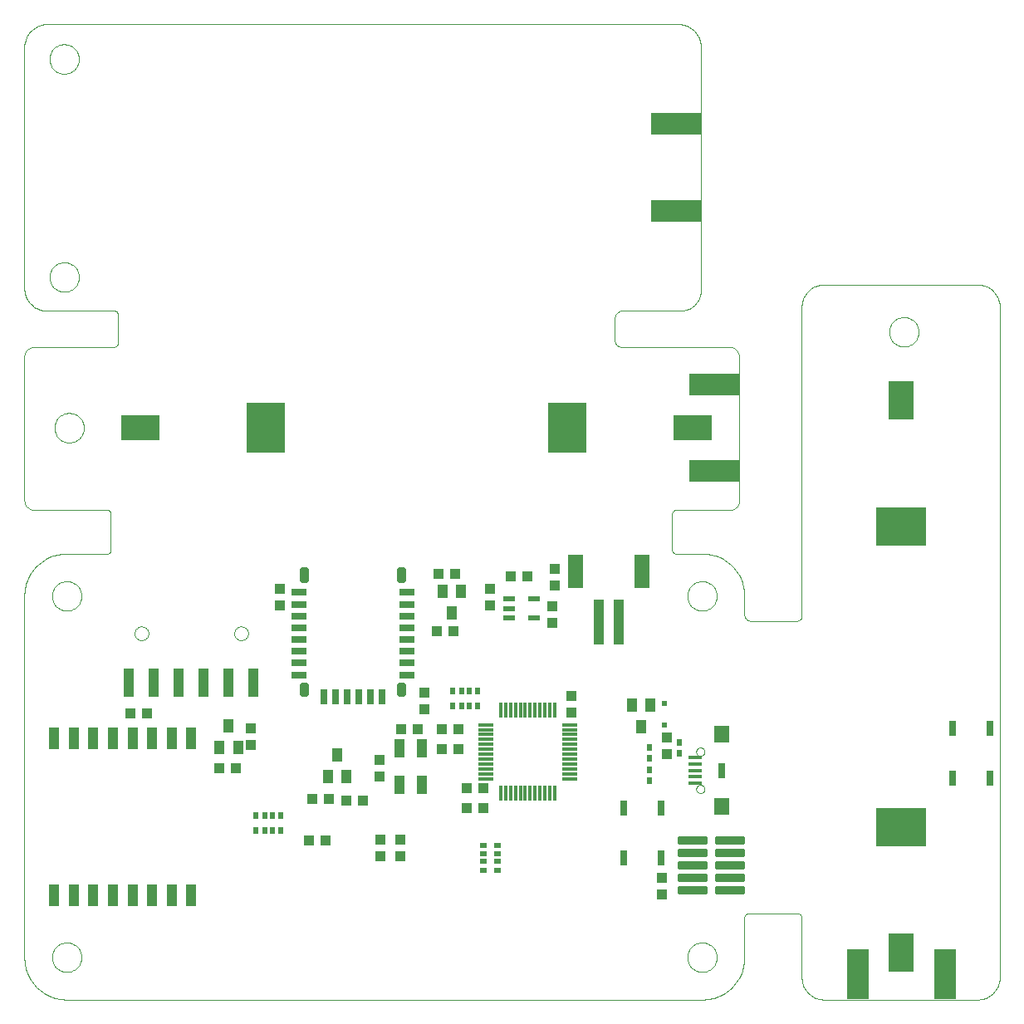
<source format=gbp>
G75*
%MOIN*%
%OFA0B0*%
%FSLAX24Y24*%
%IPPOS*%
%LPD*%
%AMOC8*
5,1,8,0,0,1.08239X$1,22.5*
%
%ADD10C,0.0000*%
%ADD11R,0.0420X0.0860*%
%ADD12R,0.0591X0.0118*%
%ADD13R,0.0118X0.0591*%
%ADD14R,0.0551X0.0157*%
%ADD15R,0.0591X0.0709*%
%ADD16R,0.0276X0.0591*%
%ADD17R,0.0394X0.1811*%
%ADD18R,0.0630X0.1339*%
%ADD19R,0.0472X0.0217*%
%ADD20R,0.0394X0.0551*%
%ADD21R,0.0315X0.0591*%
%ADD22R,0.0591X0.0315*%
%ADD23C,0.0201*%
%ADD24C,0.0104*%
%ADD25R,0.0433X0.0394*%
%ADD26R,0.0394X0.0433*%
%ADD27R,0.0394X0.1181*%
%ADD28R,0.0300X0.0600*%
%ADD29R,0.0433X0.0748*%
%ADD30R,0.0236X0.0236*%
%ADD31R,0.0236X0.0315*%
%ADD32R,0.0197X0.0315*%
%ADD33R,0.0315X0.0236*%
%ADD34R,0.0315X0.0197*%
%ADD35R,0.0900X0.2000*%
%ADD36R,0.1024X0.1575*%
%ADD37R,0.2000X0.1559*%
%ADD38R,0.2000X0.0900*%
%ADD39R,0.1575X0.1024*%
%ADD40R,0.1559X0.2000*%
D10*
X003080Y003851D02*
X028580Y003851D01*
X027989Y005551D02*
X027991Y005599D01*
X027997Y005647D01*
X028007Y005694D01*
X028020Y005740D01*
X028038Y005785D01*
X028058Y005829D01*
X028083Y005871D01*
X028111Y005910D01*
X028141Y005947D01*
X028175Y005981D01*
X028212Y006013D01*
X028250Y006042D01*
X028291Y006067D01*
X028334Y006089D01*
X028379Y006107D01*
X028425Y006121D01*
X028472Y006132D01*
X028520Y006139D01*
X028568Y006142D01*
X028616Y006141D01*
X028664Y006136D01*
X028712Y006127D01*
X028758Y006115D01*
X028803Y006098D01*
X028847Y006078D01*
X028889Y006055D01*
X028929Y006028D01*
X028967Y005998D01*
X029002Y005965D01*
X029034Y005929D01*
X029064Y005891D01*
X029090Y005850D01*
X029112Y005807D01*
X029132Y005763D01*
X029147Y005718D01*
X029159Y005671D01*
X029167Y005623D01*
X029171Y005575D01*
X029171Y005527D01*
X029167Y005479D01*
X029159Y005431D01*
X029147Y005384D01*
X029132Y005339D01*
X029112Y005295D01*
X029090Y005252D01*
X029064Y005211D01*
X029034Y005173D01*
X029002Y005137D01*
X028967Y005104D01*
X028929Y005074D01*
X028889Y005047D01*
X028847Y005024D01*
X028803Y005004D01*
X028758Y004987D01*
X028712Y004975D01*
X028664Y004966D01*
X028616Y004961D01*
X028568Y004960D01*
X028520Y004963D01*
X028472Y004970D01*
X028425Y004981D01*
X028379Y004995D01*
X028334Y005013D01*
X028291Y005035D01*
X028250Y005060D01*
X028212Y005089D01*
X028175Y005121D01*
X028141Y005155D01*
X028111Y005192D01*
X028083Y005231D01*
X028058Y005273D01*
X028038Y005317D01*
X028020Y005362D01*
X028007Y005408D01*
X027997Y005455D01*
X027991Y005503D01*
X027989Y005551D01*
X028580Y003851D02*
X028661Y003853D01*
X028742Y003859D01*
X028822Y003868D01*
X028902Y003882D01*
X028981Y003899D01*
X029059Y003920D01*
X029136Y003944D01*
X029212Y003973D01*
X029286Y004005D01*
X029359Y004040D01*
X029430Y004079D01*
X029499Y004121D01*
X029566Y004166D01*
X029631Y004215D01*
X029693Y004266D01*
X029753Y004321D01*
X029810Y004378D01*
X029865Y004438D01*
X029916Y004500D01*
X029965Y004565D01*
X030010Y004632D01*
X030052Y004701D01*
X030091Y004772D01*
X030126Y004845D01*
X030158Y004919D01*
X030187Y004995D01*
X030211Y005072D01*
X030232Y005150D01*
X030249Y005229D01*
X030263Y005309D01*
X030272Y005389D01*
X030278Y005470D01*
X030280Y005551D01*
X030280Y007151D01*
X030282Y007174D01*
X030287Y007197D01*
X030296Y007219D01*
X030309Y007239D01*
X030324Y007257D01*
X030342Y007272D01*
X030362Y007285D01*
X030384Y007294D01*
X030407Y007299D01*
X030430Y007301D01*
X032430Y007301D01*
X032453Y007299D01*
X032476Y007294D01*
X032498Y007285D01*
X032518Y007272D01*
X032536Y007257D01*
X032551Y007239D01*
X032564Y007219D01*
X032573Y007197D01*
X032578Y007174D01*
X032580Y007151D01*
X032580Y004751D01*
X032582Y004692D01*
X032588Y004634D01*
X032597Y004575D01*
X032611Y004518D01*
X032628Y004462D01*
X032649Y004407D01*
X032673Y004353D01*
X032701Y004301D01*
X032732Y004251D01*
X032766Y004203D01*
X032803Y004158D01*
X032844Y004115D01*
X032887Y004074D01*
X032932Y004037D01*
X032980Y004003D01*
X033030Y003972D01*
X033082Y003944D01*
X033136Y003920D01*
X033191Y003899D01*
X033247Y003882D01*
X033304Y003868D01*
X033363Y003859D01*
X033421Y003853D01*
X033480Y003851D01*
X039630Y003851D01*
X038780Y003851D02*
X034380Y003851D01*
X039630Y003851D02*
X039689Y003853D01*
X039747Y003859D01*
X039806Y003868D01*
X039863Y003882D01*
X039919Y003899D01*
X039974Y003920D01*
X040028Y003944D01*
X040080Y003972D01*
X040130Y004003D01*
X040178Y004037D01*
X040223Y004074D01*
X040266Y004115D01*
X040307Y004158D01*
X040344Y004203D01*
X040378Y004251D01*
X040409Y004301D01*
X040437Y004353D01*
X040461Y004407D01*
X040482Y004462D01*
X040499Y004518D01*
X040513Y004575D01*
X040522Y004634D01*
X040528Y004692D01*
X040530Y004751D01*
X040530Y031651D01*
X040528Y031710D01*
X040522Y031768D01*
X040513Y031827D01*
X040499Y031884D01*
X040482Y031940D01*
X040461Y031995D01*
X040437Y032049D01*
X040409Y032101D01*
X040378Y032151D01*
X040344Y032199D01*
X040307Y032244D01*
X040266Y032287D01*
X040223Y032328D01*
X040178Y032365D01*
X040130Y032399D01*
X040080Y032430D01*
X040028Y032458D01*
X039974Y032482D01*
X039919Y032503D01*
X039863Y032520D01*
X039806Y032534D01*
X039747Y032543D01*
X039689Y032549D01*
X039630Y032551D01*
X033480Y032551D01*
X033421Y032549D01*
X033363Y032543D01*
X033304Y032534D01*
X033247Y032520D01*
X033191Y032503D01*
X033136Y032482D01*
X033082Y032458D01*
X033030Y032430D01*
X032980Y032399D01*
X032932Y032365D01*
X032887Y032328D01*
X032844Y032287D01*
X032803Y032244D01*
X032766Y032199D01*
X032732Y032151D01*
X032701Y032101D01*
X032673Y032049D01*
X032649Y031995D01*
X032628Y031940D01*
X032611Y031884D01*
X032597Y031827D01*
X032588Y031768D01*
X032582Y031710D01*
X032580Y031651D01*
X032580Y019251D01*
X032578Y019225D01*
X032573Y019199D01*
X032565Y019174D01*
X032553Y019151D01*
X032539Y019129D01*
X032521Y019110D01*
X032502Y019092D01*
X032480Y019078D01*
X032457Y019066D01*
X032432Y019058D01*
X032406Y019053D01*
X032380Y019051D01*
X030530Y019051D01*
X030500Y019053D01*
X030470Y019058D01*
X030441Y019067D01*
X030414Y019080D01*
X030388Y019095D01*
X030364Y019114D01*
X030343Y019135D01*
X030324Y019159D01*
X030309Y019185D01*
X030296Y019212D01*
X030287Y019241D01*
X030282Y019271D01*
X030280Y019301D01*
X030280Y020051D01*
X027989Y020051D02*
X027991Y020099D01*
X027997Y020147D01*
X028007Y020194D01*
X028020Y020240D01*
X028038Y020285D01*
X028058Y020329D01*
X028083Y020371D01*
X028111Y020410D01*
X028141Y020447D01*
X028175Y020481D01*
X028212Y020513D01*
X028250Y020542D01*
X028291Y020567D01*
X028334Y020589D01*
X028379Y020607D01*
X028425Y020621D01*
X028472Y020632D01*
X028520Y020639D01*
X028568Y020642D01*
X028616Y020641D01*
X028664Y020636D01*
X028712Y020627D01*
X028758Y020615D01*
X028803Y020598D01*
X028847Y020578D01*
X028889Y020555D01*
X028929Y020528D01*
X028967Y020498D01*
X029002Y020465D01*
X029034Y020429D01*
X029064Y020391D01*
X029090Y020350D01*
X029112Y020307D01*
X029132Y020263D01*
X029147Y020218D01*
X029159Y020171D01*
X029167Y020123D01*
X029171Y020075D01*
X029171Y020027D01*
X029167Y019979D01*
X029159Y019931D01*
X029147Y019884D01*
X029132Y019839D01*
X029112Y019795D01*
X029090Y019752D01*
X029064Y019711D01*
X029034Y019673D01*
X029002Y019637D01*
X028967Y019604D01*
X028929Y019574D01*
X028889Y019547D01*
X028847Y019524D01*
X028803Y019504D01*
X028758Y019487D01*
X028712Y019475D01*
X028664Y019466D01*
X028616Y019461D01*
X028568Y019460D01*
X028520Y019463D01*
X028472Y019470D01*
X028425Y019481D01*
X028379Y019495D01*
X028334Y019513D01*
X028291Y019535D01*
X028250Y019560D01*
X028212Y019589D01*
X028175Y019621D01*
X028141Y019655D01*
X028111Y019692D01*
X028083Y019731D01*
X028058Y019773D01*
X028038Y019817D01*
X028020Y019862D01*
X028007Y019908D01*
X027997Y019955D01*
X027991Y020003D01*
X027989Y020051D01*
X028580Y021751D02*
X028661Y021749D01*
X028742Y021743D01*
X028822Y021734D01*
X028902Y021720D01*
X028981Y021703D01*
X029059Y021682D01*
X029136Y021658D01*
X029212Y021629D01*
X029286Y021597D01*
X029359Y021562D01*
X029430Y021523D01*
X029499Y021481D01*
X029566Y021436D01*
X029631Y021387D01*
X029693Y021336D01*
X029753Y021281D01*
X029810Y021224D01*
X029865Y021164D01*
X029916Y021102D01*
X029965Y021037D01*
X030010Y020970D01*
X030052Y020901D01*
X030091Y020830D01*
X030126Y020757D01*
X030158Y020683D01*
X030187Y020607D01*
X030211Y020530D01*
X030232Y020452D01*
X030249Y020373D01*
X030263Y020293D01*
X030272Y020213D01*
X030278Y020132D01*
X030280Y020051D01*
X028580Y021751D02*
X027530Y021751D01*
X027507Y021753D01*
X027484Y021758D01*
X027462Y021767D01*
X027442Y021780D01*
X027424Y021795D01*
X027409Y021813D01*
X027396Y021833D01*
X027387Y021855D01*
X027382Y021878D01*
X027380Y021901D01*
X027380Y023351D01*
X027382Y023374D01*
X027387Y023397D01*
X027396Y023419D01*
X027409Y023439D01*
X027424Y023457D01*
X027442Y023472D01*
X027462Y023485D01*
X027484Y023494D01*
X027507Y023499D01*
X027530Y023501D01*
X029680Y023501D01*
X029719Y023503D01*
X029758Y023509D01*
X029796Y023518D01*
X029833Y023531D01*
X029869Y023548D01*
X029902Y023568D01*
X029934Y023592D01*
X029963Y023618D01*
X029989Y023647D01*
X030013Y023679D01*
X030033Y023712D01*
X030050Y023748D01*
X030063Y023785D01*
X030072Y023823D01*
X030078Y023862D01*
X030080Y023901D01*
X030080Y029651D01*
X030074Y029692D01*
X030063Y029733D01*
X030049Y029772D01*
X030032Y029810D01*
X030011Y029846D01*
X029986Y029881D01*
X029959Y029912D01*
X029929Y029941D01*
X029896Y029967D01*
X029861Y029990D01*
X029824Y030010D01*
X029786Y030026D01*
X029746Y030039D01*
X029705Y030048D01*
X029664Y030053D01*
X029622Y030054D01*
X029580Y030051D01*
X025330Y030051D01*
X025300Y030053D01*
X025270Y030058D01*
X025241Y030067D01*
X025214Y030080D01*
X025188Y030095D01*
X025164Y030114D01*
X025143Y030135D01*
X025124Y030159D01*
X025109Y030185D01*
X025096Y030212D01*
X025087Y030241D01*
X025082Y030271D01*
X025080Y030301D01*
X025080Y031201D01*
X025082Y031235D01*
X025088Y031268D01*
X025097Y031300D01*
X025110Y031331D01*
X025126Y031361D01*
X025145Y031388D01*
X025168Y031413D01*
X025193Y031436D01*
X025220Y031455D01*
X025250Y031471D01*
X025281Y031484D01*
X025313Y031493D01*
X025346Y031499D01*
X025380Y031501D01*
X027630Y031501D01*
X027686Y031498D01*
X027743Y031499D01*
X027799Y031503D01*
X027855Y031512D01*
X027911Y031524D01*
X027965Y031540D01*
X028018Y031559D01*
X028069Y031582D01*
X028119Y031609D01*
X028167Y031639D01*
X028213Y031672D01*
X028256Y031708D01*
X028297Y031747D01*
X028335Y031789D01*
X028371Y031834D01*
X028403Y031880D01*
X028431Y031929D01*
X028457Y031979D01*
X028479Y032031D01*
X028497Y032085D01*
X028512Y032139D01*
X028523Y032195D01*
X028530Y032251D01*
X028530Y042101D01*
X028528Y042160D01*
X028522Y042218D01*
X028513Y042277D01*
X028499Y042334D01*
X028482Y042390D01*
X028461Y042445D01*
X028437Y042499D01*
X028409Y042551D01*
X028378Y042601D01*
X028344Y042649D01*
X028307Y042694D01*
X028266Y042737D01*
X028223Y042778D01*
X028178Y042815D01*
X028130Y042849D01*
X028080Y042880D01*
X028028Y042908D01*
X027974Y042932D01*
X027919Y042953D01*
X027863Y042970D01*
X027806Y042984D01*
X027747Y042993D01*
X027689Y042999D01*
X027630Y043001D01*
X002280Y043001D01*
X002222Y042997D01*
X002164Y042990D01*
X002107Y042980D01*
X002051Y042965D01*
X001995Y042948D01*
X001941Y042927D01*
X001889Y042902D01*
X001838Y042874D01*
X001788Y042843D01*
X001741Y042809D01*
X001696Y042773D01*
X001654Y042733D01*
X001614Y042691D01*
X001577Y042646D01*
X001542Y042599D01*
X001511Y042550D01*
X001483Y042500D01*
X001458Y042447D01*
X001436Y042393D01*
X001418Y042338D01*
X001403Y042282D01*
X001392Y042225D01*
X001384Y042167D01*
X001381Y042109D01*
X001380Y042051D01*
X001380Y032401D01*
X001382Y032342D01*
X001388Y032284D01*
X001397Y032225D01*
X001411Y032168D01*
X001428Y032112D01*
X001449Y032057D01*
X001473Y032003D01*
X001501Y031951D01*
X001532Y031901D01*
X001566Y031853D01*
X001603Y031808D01*
X001644Y031765D01*
X001687Y031724D01*
X001732Y031687D01*
X001780Y031653D01*
X001830Y031622D01*
X001882Y031594D01*
X001936Y031570D01*
X001991Y031549D01*
X002047Y031532D01*
X002104Y031518D01*
X002163Y031509D01*
X002221Y031503D01*
X002280Y031501D01*
X004980Y031501D01*
X005003Y031499D01*
X005026Y031494D01*
X005048Y031485D01*
X005068Y031472D01*
X005086Y031457D01*
X005101Y031439D01*
X005114Y031419D01*
X005123Y031397D01*
X005128Y031374D01*
X005130Y031351D01*
X005130Y030201D01*
X005128Y030178D01*
X005123Y030155D01*
X005114Y030133D01*
X005101Y030113D01*
X005086Y030095D01*
X005068Y030080D01*
X005048Y030067D01*
X005026Y030058D01*
X005003Y030053D01*
X004980Y030051D01*
X001780Y030051D01*
X001741Y030049D01*
X001702Y030043D01*
X001664Y030034D01*
X001627Y030021D01*
X001591Y030004D01*
X001558Y029984D01*
X001526Y029960D01*
X001497Y029934D01*
X001471Y029905D01*
X001447Y029873D01*
X001427Y029840D01*
X001410Y029804D01*
X001397Y029767D01*
X001388Y029729D01*
X001382Y029690D01*
X001380Y029651D01*
X001380Y023901D01*
X001382Y023862D01*
X001388Y023823D01*
X001397Y023785D01*
X001410Y023748D01*
X001427Y023712D01*
X001447Y023679D01*
X001471Y023647D01*
X001497Y023618D01*
X001526Y023592D01*
X001558Y023568D01*
X001591Y023548D01*
X001627Y023531D01*
X001664Y023518D01*
X001702Y023509D01*
X001741Y023503D01*
X001780Y023501D01*
X004730Y023501D01*
X004747Y023499D01*
X004764Y023495D01*
X004780Y023488D01*
X004794Y023478D01*
X004807Y023465D01*
X004817Y023451D01*
X004824Y023435D01*
X004828Y023418D01*
X004830Y023401D01*
X004830Y021851D01*
X004828Y021834D01*
X004824Y021817D01*
X004817Y021801D01*
X004807Y021787D01*
X004794Y021774D01*
X004780Y021764D01*
X004764Y021757D01*
X004747Y021753D01*
X004730Y021751D01*
X003080Y021751D01*
X002489Y020051D02*
X002491Y020099D01*
X002497Y020147D01*
X002507Y020194D01*
X002520Y020240D01*
X002538Y020285D01*
X002558Y020329D01*
X002583Y020371D01*
X002611Y020410D01*
X002641Y020447D01*
X002675Y020481D01*
X002712Y020513D01*
X002750Y020542D01*
X002791Y020567D01*
X002834Y020589D01*
X002879Y020607D01*
X002925Y020621D01*
X002972Y020632D01*
X003020Y020639D01*
X003068Y020642D01*
X003116Y020641D01*
X003164Y020636D01*
X003212Y020627D01*
X003258Y020615D01*
X003303Y020598D01*
X003347Y020578D01*
X003389Y020555D01*
X003429Y020528D01*
X003467Y020498D01*
X003502Y020465D01*
X003534Y020429D01*
X003564Y020391D01*
X003590Y020350D01*
X003612Y020307D01*
X003632Y020263D01*
X003647Y020218D01*
X003659Y020171D01*
X003667Y020123D01*
X003671Y020075D01*
X003671Y020027D01*
X003667Y019979D01*
X003659Y019931D01*
X003647Y019884D01*
X003632Y019839D01*
X003612Y019795D01*
X003590Y019752D01*
X003564Y019711D01*
X003534Y019673D01*
X003502Y019637D01*
X003467Y019604D01*
X003429Y019574D01*
X003389Y019547D01*
X003347Y019524D01*
X003303Y019504D01*
X003258Y019487D01*
X003212Y019475D01*
X003164Y019466D01*
X003116Y019461D01*
X003068Y019460D01*
X003020Y019463D01*
X002972Y019470D01*
X002925Y019481D01*
X002879Y019495D01*
X002834Y019513D01*
X002791Y019535D01*
X002750Y019560D01*
X002712Y019589D01*
X002675Y019621D01*
X002641Y019655D01*
X002611Y019692D01*
X002583Y019731D01*
X002558Y019773D01*
X002538Y019817D01*
X002520Y019862D01*
X002507Y019908D01*
X002497Y019955D01*
X002491Y020003D01*
X002489Y020051D01*
X001380Y020051D02*
X001382Y020132D01*
X001388Y020213D01*
X001397Y020293D01*
X001411Y020373D01*
X001428Y020452D01*
X001449Y020530D01*
X001473Y020607D01*
X001502Y020683D01*
X001534Y020757D01*
X001569Y020830D01*
X001608Y020901D01*
X001650Y020970D01*
X001695Y021037D01*
X001744Y021102D01*
X001795Y021164D01*
X001850Y021224D01*
X001907Y021281D01*
X001967Y021336D01*
X002029Y021387D01*
X002094Y021436D01*
X002161Y021481D01*
X002230Y021523D01*
X002301Y021562D01*
X002374Y021597D01*
X002448Y021629D01*
X002524Y021658D01*
X002601Y021682D01*
X002679Y021703D01*
X002758Y021720D01*
X002838Y021734D01*
X002918Y021743D01*
X002999Y021749D01*
X003080Y021751D01*
X001380Y020051D02*
X001380Y005551D01*
X002489Y005551D02*
X002491Y005599D01*
X002497Y005647D01*
X002507Y005694D01*
X002520Y005740D01*
X002538Y005785D01*
X002558Y005829D01*
X002583Y005871D01*
X002611Y005910D01*
X002641Y005947D01*
X002675Y005981D01*
X002712Y006013D01*
X002750Y006042D01*
X002791Y006067D01*
X002834Y006089D01*
X002879Y006107D01*
X002925Y006121D01*
X002972Y006132D01*
X003020Y006139D01*
X003068Y006142D01*
X003116Y006141D01*
X003164Y006136D01*
X003212Y006127D01*
X003258Y006115D01*
X003303Y006098D01*
X003347Y006078D01*
X003389Y006055D01*
X003429Y006028D01*
X003467Y005998D01*
X003502Y005965D01*
X003534Y005929D01*
X003564Y005891D01*
X003590Y005850D01*
X003612Y005807D01*
X003632Y005763D01*
X003647Y005718D01*
X003659Y005671D01*
X003667Y005623D01*
X003671Y005575D01*
X003671Y005527D01*
X003667Y005479D01*
X003659Y005431D01*
X003647Y005384D01*
X003632Y005339D01*
X003612Y005295D01*
X003590Y005252D01*
X003564Y005211D01*
X003534Y005173D01*
X003502Y005137D01*
X003467Y005104D01*
X003429Y005074D01*
X003389Y005047D01*
X003347Y005024D01*
X003303Y005004D01*
X003258Y004987D01*
X003212Y004975D01*
X003164Y004966D01*
X003116Y004961D01*
X003068Y004960D01*
X003020Y004963D01*
X002972Y004970D01*
X002925Y004981D01*
X002879Y004995D01*
X002834Y005013D01*
X002791Y005035D01*
X002750Y005060D01*
X002712Y005089D01*
X002675Y005121D01*
X002641Y005155D01*
X002611Y005192D01*
X002583Y005231D01*
X002558Y005273D01*
X002538Y005317D01*
X002520Y005362D01*
X002507Y005408D01*
X002497Y005455D01*
X002491Y005503D01*
X002489Y005551D01*
X001380Y005551D02*
X001382Y005470D01*
X001388Y005389D01*
X001397Y005309D01*
X001411Y005229D01*
X001428Y005150D01*
X001449Y005072D01*
X001473Y004995D01*
X001502Y004919D01*
X001534Y004845D01*
X001569Y004772D01*
X001608Y004701D01*
X001650Y004632D01*
X001695Y004565D01*
X001744Y004500D01*
X001795Y004438D01*
X001850Y004378D01*
X001907Y004321D01*
X001967Y004266D01*
X002029Y004215D01*
X002094Y004166D01*
X002161Y004121D01*
X002230Y004079D01*
X002301Y004040D01*
X002374Y004005D01*
X002448Y003973D01*
X002524Y003944D01*
X002601Y003920D01*
X002679Y003899D01*
X002758Y003882D01*
X002838Y003868D01*
X002918Y003859D01*
X002999Y003853D01*
X003080Y003851D01*
X005804Y018551D02*
X005806Y018584D01*
X005812Y018616D01*
X005821Y018647D01*
X005834Y018677D01*
X005851Y018705D01*
X005871Y018731D01*
X005894Y018755D01*
X005919Y018775D01*
X005947Y018793D01*
X005976Y018807D01*
X006007Y018817D01*
X006039Y018824D01*
X006072Y018827D01*
X006105Y018826D01*
X006137Y018821D01*
X006168Y018812D01*
X006199Y018800D01*
X006227Y018784D01*
X006254Y018765D01*
X006278Y018743D01*
X006299Y018718D01*
X006318Y018691D01*
X006333Y018662D01*
X006344Y018632D01*
X006352Y018600D01*
X006356Y018567D01*
X006356Y018535D01*
X006352Y018502D01*
X006344Y018470D01*
X006333Y018440D01*
X006318Y018411D01*
X006299Y018384D01*
X006278Y018359D01*
X006254Y018337D01*
X006227Y018318D01*
X006199Y018302D01*
X006168Y018290D01*
X006137Y018281D01*
X006105Y018276D01*
X006072Y018275D01*
X006039Y018278D01*
X006007Y018285D01*
X005976Y018295D01*
X005947Y018309D01*
X005919Y018327D01*
X005894Y018347D01*
X005871Y018371D01*
X005851Y018397D01*
X005834Y018425D01*
X005821Y018455D01*
X005812Y018486D01*
X005806Y018518D01*
X005804Y018551D01*
X009804Y018551D02*
X009806Y018584D01*
X009812Y018616D01*
X009821Y018647D01*
X009834Y018677D01*
X009851Y018705D01*
X009871Y018731D01*
X009894Y018755D01*
X009919Y018775D01*
X009947Y018793D01*
X009976Y018807D01*
X010007Y018817D01*
X010039Y018824D01*
X010072Y018827D01*
X010105Y018826D01*
X010137Y018821D01*
X010168Y018812D01*
X010199Y018800D01*
X010227Y018784D01*
X010254Y018765D01*
X010278Y018743D01*
X010299Y018718D01*
X010318Y018691D01*
X010333Y018662D01*
X010344Y018632D01*
X010352Y018600D01*
X010356Y018567D01*
X010356Y018535D01*
X010352Y018502D01*
X010344Y018470D01*
X010333Y018440D01*
X010318Y018411D01*
X010299Y018384D01*
X010278Y018359D01*
X010254Y018337D01*
X010227Y018318D01*
X010199Y018302D01*
X010168Y018290D01*
X010137Y018281D01*
X010105Y018276D01*
X010072Y018275D01*
X010039Y018278D01*
X010007Y018285D01*
X009976Y018295D01*
X009947Y018309D01*
X009919Y018327D01*
X009894Y018347D01*
X009871Y018371D01*
X009851Y018397D01*
X009834Y018425D01*
X009821Y018455D01*
X009812Y018486D01*
X009806Y018518D01*
X009804Y018551D01*
X002589Y026801D02*
X002591Y026849D01*
X002597Y026897D01*
X002607Y026944D01*
X002620Y026990D01*
X002638Y027035D01*
X002658Y027079D01*
X002683Y027121D01*
X002711Y027160D01*
X002741Y027197D01*
X002775Y027231D01*
X002812Y027263D01*
X002850Y027292D01*
X002891Y027317D01*
X002934Y027339D01*
X002979Y027357D01*
X003025Y027371D01*
X003072Y027382D01*
X003120Y027389D01*
X003168Y027392D01*
X003216Y027391D01*
X003264Y027386D01*
X003312Y027377D01*
X003358Y027365D01*
X003403Y027348D01*
X003447Y027328D01*
X003489Y027305D01*
X003529Y027278D01*
X003567Y027248D01*
X003602Y027215D01*
X003634Y027179D01*
X003664Y027141D01*
X003690Y027100D01*
X003712Y027057D01*
X003732Y027013D01*
X003747Y026968D01*
X003759Y026921D01*
X003767Y026873D01*
X003771Y026825D01*
X003771Y026777D01*
X003767Y026729D01*
X003759Y026681D01*
X003747Y026634D01*
X003732Y026589D01*
X003712Y026545D01*
X003690Y026502D01*
X003664Y026461D01*
X003634Y026423D01*
X003602Y026387D01*
X003567Y026354D01*
X003529Y026324D01*
X003489Y026297D01*
X003447Y026274D01*
X003403Y026254D01*
X003358Y026237D01*
X003312Y026225D01*
X003264Y026216D01*
X003216Y026211D01*
X003168Y026210D01*
X003120Y026213D01*
X003072Y026220D01*
X003025Y026231D01*
X002979Y026245D01*
X002934Y026263D01*
X002891Y026285D01*
X002850Y026310D01*
X002812Y026339D01*
X002775Y026371D01*
X002741Y026405D01*
X002711Y026442D01*
X002683Y026481D01*
X002658Y026523D01*
X002638Y026567D01*
X002620Y026612D01*
X002607Y026658D01*
X002597Y026705D01*
X002591Y026753D01*
X002589Y026801D01*
X002389Y032851D02*
X002391Y032899D01*
X002397Y032947D01*
X002407Y032994D01*
X002420Y033040D01*
X002438Y033085D01*
X002458Y033129D01*
X002483Y033171D01*
X002511Y033210D01*
X002541Y033247D01*
X002575Y033281D01*
X002612Y033313D01*
X002650Y033342D01*
X002691Y033367D01*
X002734Y033389D01*
X002779Y033407D01*
X002825Y033421D01*
X002872Y033432D01*
X002920Y033439D01*
X002968Y033442D01*
X003016Y033441D01*
X003064Y033436D01*
X003112Y033427D01*
X003158Y033415D01*
X003203Y033398D01*
X003247Y033378D01*
X003289Y033355D01*
X003329Y033328D01*
X003367Y033298D01*
X003402Y033265D01*
X003434Y033229D01*
X003464Y033191D01*
X003490Y033150D01*
X003512Y033107D01*
X003532Y033063D01*
X003547Y033018D01*
X003559Y032971D01*
X003567Y032923D01*
X003571Y032875D01*
X003571Y032827D01*
X003567Y032779D01*
X003559Y032731D01*
X003547Y032684D01*
X003532Y032639D01*
X003512Y032595D01*
X003490Y032552D01*
X003464Y032511D01*
X003434Y032473D01*
X003402Y032437D01*
X003367Y032404D01*
X003329Y032374D01*
X003289Y032347D01*
X003247Y032324D01*
X003203Y032304D01*
X003158Y032287D01*
X003112Y032275D01*
X003064Y032266D01*
X003016Y032261D01*
X002968Y032260D01*
X002920Y032263D01*
X002872Y032270D01*
X002825Y032281D01*
X002779Y032295D01*
X002734Y032313D01*
X002691Y032335D01*
X002650Y032360D01*
X002612Y032389D01*
X002575Y032421D01*
X002541Y032455D01*
X002511Y032492D01*
X002483Y032531D01*
X002458Y032573D01*
X002438Y032617D01*
X002420Y032662D01*
X002407Y032708D01*
X002397Y032755D01*
X002391Y032803D01*
X002389Y032851D01*
X002389Y041601D02*
X002391Y041649D01*
X002397Y041697D01*
X002407Y041744D01*
X002420Y041790D01*
X002438Y041835D01*
X002458Y041879D01*
X002483Y041921D01*
X002511Y041960D01*
X002541Y041997D01*
X002575Y042031D01*
X002612Y042063D01*
X002650Y042092D01*
X002691Y042117D01*
X002734Y042139D01*
X002779Y042157D01*
X002825Y042171D01*
X002872Y042182D01*
X002920Y042189D01*
X002968Y042192D01*
X003016Y042191D01*
X003064Y042186D01*
X003112Y042177D01*
X003158Y042165D01*
X003203Y042148D01*
X003247Y042128D01*
X003289Y042105D01*
X003329Y042078D01*
X003367Y042048D01*
X003402Y042015D01*
X003434Y041979D01*
X003464Y041941D01*
X003490Y041900D01*
X003512Y041857D01*
X003532Y041813D01*
X003547Y041768D01*
X003559Y041721D01*
X003567Y041673D01*
X003571Y041625D01*
X003571Y041577D01*
X003567Y041529D01*
X003559Y041481D01*
X003547Y041434D01*
X003532Y041389D01*
X003512Y041345D01*
X003490Y041302D01*
X003464Y041261D01*
X003434Y041223D01*
X003402Y041187D01*
X003367Y041154D01*
X003329Y041124D01*
X003289Y041097D01*
X003247Y041074D01*
X003203Y041054D01*
X003158Y041037D01*
X003112Y041025D01*
X003064Y041016D01*
X003016Y041011D01*
X002968Y041010D01*
X002920Y041013D01*
X002872Y041020D01*
X002825Y041031D01*
X002779Y041045D01*
X002734Y041063D01*
X002691Y041085D01*
X002650Y041110D01*
X002612Y041139D01*
X002575Y041171D01*
X002541Y041205D01*
X002511Y041242D01*
X002483Y041281D01*
X002458Y041323D01*
X002438Y041367D01*
X002420Y041412D01*
X002407Y041458D01*
X002397Y041505D01*
X002391Y041553D01*
X002389Y041601D01*
X028530Y039451D02*
X028530Y035051D01*
X030080Y029001D02*
X030080Y024601D01*
X036089Y030651D02*
X036091Y030699D01*
X036097Y030747D01*
X036107Y030794D01*
X036120Y030840D01*
X036138Y030885D01*
X036158Y030929D01*
X036183Y030971D01*
X036211Y031010D01*
X036241Y031047D01*
X036275Y031081D01*
X036312Y031113D01*
X036350Y031142D01*
X036391Y031167D01*
X036434Y031189D01*
X036479Y031207D01*
X036525Y031221D01*
X036572Y031232D01*
X036620Y031239D01*
X036668Y031242D01*
X036716Y031241D01*
X036764Y031236D01*
X036812Y031227D01*
X036858Y031215D01*
X036903Y031198D01*
X036947Y031178D01*
X036989Y031155D01*
X037029Y031128D01*
X037067Y031098D01*
X037102Y031065D01*
X037134Y031029D01*
X037164Y030991D01*
X037190Y030950D01*
X037212Y030907D01*
X037232Y030863D01*
X037247Y030818D01*
X037259Y030771D01*
X037267Y030723D01*
X037271Y030675D01*
X037271Y030627D01*
X037267Y030579D01*
X037259Y030531D01*
X037247Y030484D01*
X037232Y030439D01*
X037212Y030395D01*
X037190Y030352D01*
X037164Y030311D01*
X037134Y030273D01*
X037102Y030237D01*
X037067Y030204D01*
X037029Y030174D01*
X036989Y030147D01*
X036947Y030124D01*
X036903Y030104D01*
X036858Y030087D01*
X036812Y030075D01*
X036764Y030066D01*
X036716Y030061D01*
X036668Y030060D01*
X036620Y030063D01*
X036572Y030070D01*
X036525Y030081D01*
X036479Y030095D01*
X036434Y030113D01*
X036391Y030135D01*
X036350Y030160D01*
X036312Y030189D01*
X036275Y030221D01*
X036241Y030255D01*
X036211Y030292D01*
X036183Y030331D01*
X036158Y030373D01*
X036138Y030417D01*
X036120Y030462D01*
X036107Y030508D01*
X036097Y030555D01*
X036091Y030603D01*
X036089Y030651D01*
X028347Y013799D02*
X028349Y013824D01*
X028355Y013849D01*
X028364Y013873D01*
X028377Y013895D01*
X028394Y013915D01*
X028413Y013932D01*
X028434Y013946D01*
X028458Y013956D01*
X028482Y013963D01*
X028508Y013966D01*
X028533Y013965D01*
X028558Y013960D01*
X028582Y013951D01*
X028605Y013939D01*
X028625Y013924D01*
X028643Y013905D01*
X028658Y013884D01*
X028669Y013861D01*
X028677Y013837D01*
X028681Y013812D01*
X028681Y013786D01*
X028677Y013761D01*
X028669Y013737D01*
X028658Y013714D01*
X028643Y013693D01*
X028625Y013674D01*
X028605Y013659D01*
X028582Y013647D01*
X028558Y013638D01*
X028533Y013633D01*
X028508Y013632D01*
X028482Y013635D01*
X028458Y013642D01*
X028434Y013652D01*
X028413Y013666D01*
X028394Y013683D01*
X028377Y013703D01*
X028364Y013725D01*
X028355Y013749D01*
X028349Y013774D01*
X028347Y013799D01*
X028347Y012303D02*
X028349Y012328D01*
X028355Y012353D01*
X028364Y012377D01*
X028377Y012399D01*
X028394Y012419D01*
X028413Y012436D01*
X028434Y012450D01*
X028458Y012460D01*
X028482Y012467D01*
X028508Y012470D01*
X028533Y012469D01*
X028558Y012464D01*
X028582Y012455D01*
X028605Y012443D01*
X028625Y012428D01*
X028643Y012409D01*
X028658Y012388D01*
X028669Y012365D01*
X028677Y012341D01*
X028681Y012316D01*
X028681Y012290D01*
X028677Y012265D01*
X028669Y012241D01*
X028658Y012218D01*
X028643Y012197D01*
X028625Y012178D01*
X028605Y012163D01*
X028582Y012151D01*
X028558Y012142D01*
X028533Y012137D01*
X028508Y012136D01*
X028482Y012139D01*
X028458Y012146D01*
X028434Y012156D01*
X028413Y012170D01*
X028394Y012187D01*
X028377Y012207D01*
X028364Y012229D01*
X028355Y012253D01*
X028349Y012278D01*
X028347Y012303D01*
D11*
X008080Y014350D03*
X007293Y014350D03*
X006505Y014350D03*
X005718Y014350D03*
X004930Y014350D03*
X004143Y014350D03*
X003356Y014350D03*
X002568Y014350D03*
X002568Y008051D03*
X003356Y008051D03*
X004143Y008051D03*
X004930Y008051D03*
X005718Y008051D03*
X006505Y008051D03*
X007293Y008051D03*
X008080Y008051D03*
D12*
X019907Y012718D03*
X019907Y012915D03*
X019907Y013112D03*
X019907Y013309D03*
X019907Y013505D03*
X019907Y013702D03*
X019907Y013899D03*
X019907Y014096D03*
X019907Y014293D03*
X019907Y014490D03*
X019907Y014686D03*
X019907Y014883D03*
X023253Y014883D03*
X023253Y014686D03*
X023253Y014490D03*
X023253Y014293D03*
X023253Y014096D03*
X023253Y013899D03*
X023253Y013702D03*
X023253Y013505D03*
X023253Y013309D03*
X023253Y013112D03*
X023253Y012915D03*
X023253Y012718D03*
D13*
X022663Y012127D03*
X022466Y012127D03*
X022269Y012127D03*
X022072Y012127D03*
X021875Y012127D03*
X021678Y012127D03*
X021482Y012127D03*
X021285Y012127D03*
X021088Y012127D03*
X020891Y012127D03*
X020694Y012127D03*
X020497Y012127D03*
X020497Y015474D03*
X020694Y015474D03*
X020891Y015474D03*
X021088Y015474D03*
X021285Y015474D03*
X021482Y015474D03*
X021678Y015474D03*
X021875Y015474D03*
X022072Y015474D03*
X022269Y015474D03*
X022466Y015474D03*
X022663Y015474D03*
D14*
X028317Y013562D03*
X028317Y013307D03*
X028317Y013051D03*
X028317Y012795D03*
X028317Y012539D03*
D15*
X029380Y011600D03*
X029380Y014501D03*
D16*
X029380Y013051D03*
D17*
X025224Y018994D03*
X024436Y018994D03*
D18*
X023491Y021041D03*
X026169Y021041D03*
D19*
X021842Y019925D03*
X021842Y019177D03*
X020818Y019177D03*
X020818Y019551D03*
X020818Y019925D03*
D20*
X018904Y020234D03*
X018156Y020234D03*
X018530Y019368D03*
X013930Y013684D03*
X013556Y012818D03*
X014304Y012818D03*
X009954Y013968D03*
X009206Y013968D03*
X009580Y014834D03*
X025756Y015684D03*
X026504Y015684D03*
X026130Y014818D03*
D21*
X015747Y015999D03*
X015275Y015999D03*
X014802Y015999D03*
X014330Y015999D03*
X013858Y015999D03*
X013385Y015999D03*
D22*
X012401Y016885D03*
X012401Y017357D03*
X012401Y017830D03*
X012401Y018302D03*
X012401Y018775D03*
X012401Y019247D03*
X012401Y019720D03*
X012401Y020192D03*
X016732Y020192D03*
X016732Y019720D03*
X016732Y019247D03*
X016732Y018775D03*
X016732Y018302D03*
X016732Y017830D03*
X016732Y017357D03*
X016732Y016885D03*
D23*
X016612Y016469D02*
X016418Y016469D01*
X016612Y016469D02*
X016612Y016119D01*
X016418Y016119D01*
X016418Y016469D01*
X016418Y016319D02*
X016612Y016319D01*
X012714Y016469D02*
X012520Y016469D01*
X012714Y016469D02*
X012714Y016119D01*
X012520Y016119D01*
X012520Y016469D01*
X012520Y016319D02*
X012714Y016319D01*
X012714Y021116D02*
X012520Y021116D01*
X012714Y021116D02*
X012714Y020686D01*
X012520Y020686D01*
X012520Y021116D01*
X012520Y020886D02*
X012714Y020886D01*
X012714Y021086D02*
X012520Y021086D01*
X016418Y021116D02*
X016612Y021116D01*
X016612Y020686D01*
X016418Y020686D01*
X016418Y021116D01*
X016418Y020886D02*
X016612Y020886D01*
X016612Y021086D02*
X016418Y021086D01*
D24*
X027632Y010123D02*
X028728Y010123D01*
X027632Y010123D02*
X027632Y010379D01*
X028728Y010379D01*
X028728Y010123D01*
X028728Y010226D02*
X027632Y010226D01*
X027632Y010329D02*
X028728Y010329D01*
X028728Y009623D02*
X027632Y009623D01*
X027632Y009879D01*
X028728Y009879D01*
X028728Y009623D01*
X028728Y009726D02*
X027632Y009726D01*
X027632Y009829D02*
X028728Y009829D01*
X028728Y009123D02*
X027632Y009123D01*
X027632Y009379D01*
X028728Y009379D01*
X028728Y009123D01*
X028728Y009226D02*
X027632Y009226D01*
X027632Y009329D02*
X028728Y009329D01*
X028728Y008623D02*
X027632Y008623D01*
X027632Y008879D01*
X028728Y008879D01*
X028728Y008623D01*
X028728Y008726D02*
X027632Y008726D01*
X027632Y008829D02*
X028728Y008829D01*
X028728Y008123D02*
X027632Y008123D01*
X027632Y008379D01*
X028728Y008379D01*
X028728Y008123D01*
X028728Y008226D02*
X027632Y008226D01*
X027632Y008329D02*
X028728Y008329D01*
X029132Y008123D02*
X030228Y008123D01*
X029132Y008123D02*
X029132Y008379D01*
X030228Y008379D01*
X030228Y008123D01*
X030228Y008226D02*
X029132Y008226D01*
X029132Y008329D02*
X030228Y008329D01*
X030228Y008623D02*
X029132Y008623D01*
X029132Y008879D01*
X030228Y008879D01*
X030228Y008623D01*
X030228Y008726D02*
X029132Y008726D01*
X029132Y008829D02*
X030228Y008829D01*
X030228Y009123D02*
X029132Y009123D01*
X029132Y009379D01*
X030228Y009379D01*
X030228Y009123D01*
X030228Y009226D02*
X029132Y009226D01*
X029132Y009329D02*
X030228Y009329D01*
X030228Y009623D02*
X029132Y009623D01*
X029132Y009879D01*
X030228Y009879D01*
X030228Y009623D01*
X030228Y009726D02*
X029132Y009726D01*
X029132Y009829D02*
X030228Y009829D01*
X030228Y010123D02*
X029132Y010123D01*
X029132Y010379D01*
X030228Y010379D01*
X030228Y010123D01*
X030228Y010226D02*
X029132Y010226D01*
X029132Y010329D02*
X030228Y010329D01*
D25*
X026980Y008735D03*
X026980Y008066D03*
X019815Y011551D03*
X019145Y011551D03*
X019145Y012351D03*
X019815Y012351D03*
X018815Y014701D03*
X018145Y014701D03*
X017165Y014701D03*
X016495Y014701D03*
X017430Y015516D03*
X017430Y016185D03*
X017945Y018651D03*
X018615Y018651D03*
X018665Y020951D03*
X017995Y020951D03*
X020895Y020851D03*
X021565Y020851D03*
X022680Y021135D03*
X022680Y020466D03*
X022580Y019635D03*
X022580Y018966D03*
X014965Y011851D03*
X014295Y011851D03*
X013615Y011901D03*
X012945Y011901D03*
X012795Y010251D03*
X013465Y010251D03*
X015680Y010285D03*
X015680Y009616D03*
X016480Y009616D03*
X016480Y010285D03*
X009865Y013151D03*
X009195Y013151D03*
X006315Y015351D03*
X005645Y015351D03*
D26*
X010480Y014735D03*
X010480Y014066D03*
X015630Y013485D03*
X015630Y012816D03*
X018145Y013901D03*
X018815Y013901D03*
X023330Y015366D03*
X023330Y016035D03*
X027180Y014385D03*
X027180Y013716D03*
X020080Y019666D03*
X020080Y020335D03*
X011630Y020335D03*
X011630Y019666D03*
D27*
X010580Y016582D03*
X009580Y016582D03*
X008580Y016582D03*
X007580Y016582D03*
X006580Y016582D03*
X005580Y016582D03*
D28*
X025430Y011551D03*
X026930Y011551D03*
X026930Y009551D03*
X025430Y009551D03*
X038630Y012751D03*
X040130Y012751D03*
X040130Y014751D03*
X038630Y014751D03*
D29*
X017333Y013929D03*
X016427Y013929D03*
X016427Y012472D03*
X017333Y012472D03*
D30*
X027080Y014868D03*
X027080Y015734D03*
D31*
X027680Y014167D03*
X027680Y013734D03*
X026480Y013534D03*
X026480Y013967D03*
X026480Y013067D03*
X026480Y012634D03*
X019582Y015655D03*
X019582Y016246D03*
X018578Y016246D03*
X018578Y015655D03*
X011682Y011246D03*
X011682Y010655D03*
X010678Y010655D03*
X010678Y011246D03*
D32*
X011023Y011246D03*
X011337Y011246D03*
X011337Y010655D03*
X011023Y010655D03*
X018923Y015655D03*
X019237Y015655D03*
X019237Y016246D03*
X018923Y016246D03*
D33*
X019785Y010053D03*
X020375Y010053D03*
X020375Y009049D03*
X019785Y009049D03*
D34*
X019785Y009393D03*
X019785Y009708D03*
X020375Y009708D03*
X020375Y009393D03*
D35*
X034840Y004861D03*
X038320Y004861D03*
D36*
X036580Y005724D03*
X036580Y027889D03*
D37*
X036580Y022850D03*
X036580Y010763D03*
D38*
X029070Y025061D03*
X029070Y028541D03*
X027520Y035511D03*
X027520Y038991D03*
D39*
X028207Y026801D03*
X006041Y026801D03*
D40*
X011081Y026801D03*
X023167Y026801D03*
M02*

</source>
